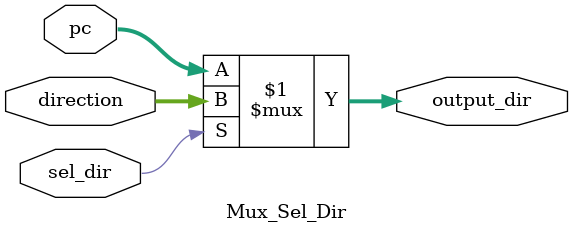
<source format=v>
`timescale 1ns / 1ps
module Mux_Sel_Dir(
    input [31:0] pc,
    input [31:0] direction,
    input sel_dir,
    output [31:0] output_dir
    );
	 
	 assign output_dir = (sel_dir) ? direction : pc;

endmodule

</source>
